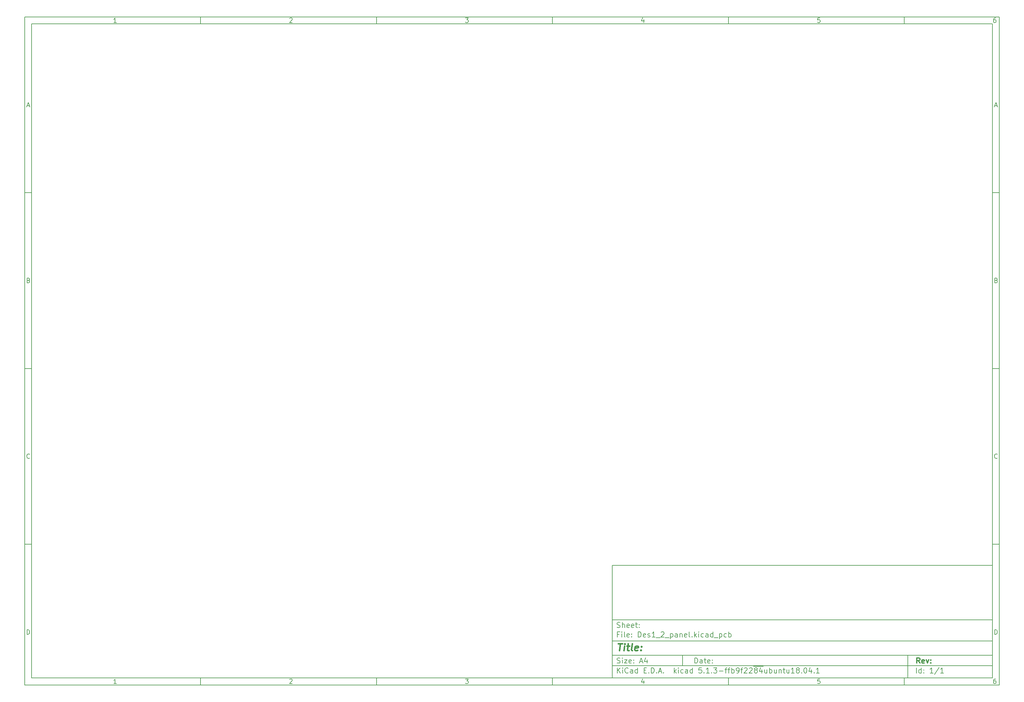
<source format=gbr>
%TF.GenerationSoftware,KiCad,Pcbnew,5.1.3-ffb9f22~84~ubuntu18.04.1*%
%TF.CreationDate,2019-07-26T17:01:45+03:00*%
%TF.ProjectId,Des1_2_panel,44657331-5f32-45f7-9061-6e656c2e6b69,rev?*%
%TF.SameCoordinates,Original*%
%TF.FileFunction,Other,User*%
%FSLAX45Y45*%
G04 Gerber Fmt 4.5, Leading zero omitted, Abs format (unit mm)*
G04 Created by KiCad (PCBNEW 5.1.3-ffb9f22~84~ubuntu18.04.1) date 2019-07-26 17:01:45*
%MOMM*%
%LPD*%
G04 APERTURE LIST*
%ADD10C,0.100000*%
%ADD11C,0.150000*%
%ADD12C,0.300000*%
%ADD13C,0.400000*%
G04 APERTURE END LIST*
D10*
D11*
X17700220Y-16600720D02*
X17700220Y-19800720D01*
X28500220Y-19800720D01*
X28500220Y-16600720D01*
X17700220Y-16600720D01*
D10*
D11*
X1000000Y-1000000D02*
X1000000Y-20000720D01*
X28700220Y-20000720D01*
X28700220Y-1000000D01*
X1000000Y-1000000D01*
D10*
D11*
X1200000Y-1200000D02*
X1200000Y-19800720D01*
X28500220Y-19800720D01*
X28500220Y-1200000D01*
X1200000Y-1200000D01*
D10*
D11*
X6000000Y-1200000D02*
X6000000Y-1000000D01*
D10*
D11*
X11000000Y-1200000D02*
X11000000Y-1000000D01*
D10*
D11*
X16000000Y-1200000D02*
X16000000Y-1000000D01*
D10*
D11*
X21000000Y-1200000D02*
X21000000Y-1000000D01*
D10*
D11*
X26000000Y-1200000D02*
X26000000Y-1000000D01*
D10*
D11*
X3606548Y-1158810D02*
X3532262Y-1158810D01*
X3569405Y-1158810D02*
X3569405Y-1028809D01*
X3557024Y-1047381D01*
X3544643Y-1059762D01*
X3532262Y-1065952D01*
D10*
D11*
X8532262Y-1041190D02*
X8538452Y-1035000D01*
X8550833Y-1028809D01*
X8581786Y-1028809D01*
X8594167Y-1035000D01*
X8600357Y-1041190D01*
X8606548Y-1053571D01*
X8606548Y-1065952D01*
X8600357Y-1084524D01*
X8526071Y-1158810D01*
X8606548Y-1158810D01*
D10*
D11*
X13526071Y-1028809D02*
X13606548Y-1028809D01*
X13563214Y-1078333D01*
X13581786Y-1078333D01*
X13594167Y-1084524D01*
X13600357Y-1090714D01*
X13606548Y-1103095D01*
X13606548Y-1134048D01*
X13600357Y-1146429D01*
X13594167Y-1152619D01*
X13581786Y-1158810D01*
X13544643Y-1158810D01*
X13532262Y-1152619D01*
X13526071Y-1146429D01*
D10*
D11*
X18594167Y-1072143D02*
X18594167Y-1158810D01*
X18563214Y-1022619D02*
X18532262Y-1115476D01*
X18612738Y-1115476D01*
D10*
D11*
X23600357Y-1028809D02*
X23538452Y-1028809D01*
X23532262Y-1090714D01*
X23538452Y-1084524D01*
X23550833Y-1078333D01*
X23581786Y-1078333D01*
X23594167Y-1084524D01*
X23600357Y-1090714D01*
X23606548Y-1103095D01*
X23606548Y-1134048D01*
X23600357Y-1146429D01*
X23594167Y-1152619D01*
X23581786Y-1158810D01*
X23550833Y-1158810D01*
X23538452Y-1152619D01*
X23532262Y-1146429D01*
D10*
D11*
X28594167Y-1028809D02*
X28569405Y-1028809D01*
X28557024Y-1035000D01*
X28550833Y-1041190D01*
X28538452Y-1059762D01*
X28532262Y-1084524D01*
X28532262Y-1134048D01*
X28538452Y-1146429D01*
X28544643Y-1152619D01*
X28557024Y-1158810D01*
X28581786Y-1158810D01*
X28594167Y-1152619D01*
X28600357Y-1146429D01*
X28606548Y-1134048D01*
X28606548Y-1103095D01*
X28600357Y-1090714D01*
X28594167Y-1084524D01*
X28581786Y-1078333D01*
X28557024Y-1078333D01*
X28544643Y-1084524D01*
X28538452Y-1090714D01*
X28532262Y-1103095D01*
D10*
D11*
X6000000Y-19800720D02*
X6000000Y-20000720D01*
D10*
D11*
X11000000Y-19800720D02*
X11000000Y-20000720D01*
D10*
D11*
X16000000Y-19800720D02*
X16000000Y-20000720D01*
D10*
D11*
X21000000Y-19800720D02*
X21000000Y-20000720D01*
D10*
D11*
X26000000Y-19800720D02*
X26000000Y-20000720D01*
D10*
D11*
X3606548Y-19959530D02*
X3532262Y-19959530D01*
X3569405Y-19959530D02*
X3569405Y-19829530D01*
X3557024Y-19848101D01*
X3544643Y-19860482D01*
X3532262Y-19866672D01*
D10*
D11*
X8532262Y-19841910D02*
X8538452Y-19835720D01*
X8550833Y-19829530D01*
X8581786Y-19829530D01*
X8594167Y-19835720D01*
X8600357Y-19841910D01*
X8606548Y-19854291D01*
X8606548Y-19866672D01*
X8600357Y-19885244D01*
X8526071Y-19959530D01*
X8606548Y-19959530D01*
D10*
D11*
X13526071Y-19829530D02*
X13606548Y-19829530D01*
X13563214Y-19879053D01*
X13581786Y-19879053D01*
X13594167Y-19885244D01*
X13600357Y-19891434D01*
X13606548Y-19903815D01*
X13606548Y-19934768D01*
X13600357Y-19947149D01*
X13594167Y-19953339D01*
X13581786Y-19959530D01*
X13544643Y-19959530D01*
X13532262Y-19953339D01*
X13526071Y-19947149D01*
D10*
D11*
X18594167Y-19872863D02*
X18594167Y-19959530D01*
X18563214Y-19823339D02*
X18532262Y-19916196D01*
X18612738Y-19916196D01*
D10*
D11*
X23600357Y-19829530D02*
X23538452Y-19829530D01*
X23532262Y-19891434D01*
X23538452Y-19885244D01*
X23550833Y-19879053D01*
X23581786Y-19879053D01*
X23594167Y-19885244D01*
X23600357Y-19891434D01*
X23606548Y-19903815D01*
X23606548Y-19934768D01*
X23600357Y-19947149D01*
X23594167Y-19953339D01*
X23581786Y-19959530D01*
X23550833Y-19959530D01*
X23538452Y-19953339D01*
X23532262Y-19947149D01*
D10*
D11*
X28594167Y-19829530D02*
X28569405Y-19829530D01*
X28557024Y-19835720D01*
X28550833Y-19841910D01*
X28538452Y-19860482D01*
X28532262Y-19885244D01*
X28532262Y-19934768D01*
X28538452Y-19947149D01*
X28544643Y-19953339D01*
X28557024Y-19959530D01*
X28581786Y-19959530D01*
X28594167Y-19953339D01*
X28600357Y-19947149D01*
X28606548Y-19934768D01*
X28606548Y-19903815D01*
X28600357Y-19891434D01*
X28594167Y-19885244D01*
X28581786Y-19879053D01*
X28557024Y-19879053D01*
X28544643Y-19885244D01*
X28538452Y-19891434D01*
X28532262Y-19903815D01*
D10*
D11*
X1000000Y-6000000D02*
X1200000Y-6000000D01*
D10*
D11*
X1000000Y-11000000D02*
X1200000Y-11000000D01*
D10*
D11*
X1000000Y-16000000D02*
X1200000Y-16000000D01*
D10*
D11*
X1069048Y-3521667D02*
X1130952Y-3521667D01*
X1056667Y-3558809D02*
X1100000Y-3428809D01*
X1143333Y-3558809D01*
D10*
D11*
X1109286Y-8490714D02*
X1127857Y-8496905D01*
X1134048Y-8503095D01*
X1140238Y-8515476D01*
X1140238Y-8534048D01*
X1134048Y-8546429D01*
X1127857Y-8552619D01*
X1115476Y-8558810D01*
X1065952Y-8558810D01*
X1065952Y-8428810D01*
X1109286Y-8428810D01*
X1121667Y-8435000D01*
X1127857Y-8441190D01*
X1134048Y-8453571D01*
X1134048Y-8465952D01*
X1127857Y-8478333D01*
X1121667Y-8484524D01*
X1109286Y-8490714D01*
X1065952Y-8490714D01*
D10*
D11*
X1140238Y-13546428D02*
X1134048Y-13552619D01*
X1115476Y-13558809D01*
X1103095Y-13558809D01*
X1084524Y-13552619D01*
X1072143Y-13540238D01*
X1065952Y-13527857D01*
X1059762Y-13503095D01*
X1059762Y-13484524D01*
X1065952Y-13459762D01*
X1072143Y-13447381D01*
X1084524Y-13435000D01*
X1103095Y-13428809D01*
X1115476Y-13428809D01*
X1134048Y-13435000D01*
X1140238Y-13441190D01*
D10*
D11*
X1065952Y-18558810D02*
X1065952Y-18428810D01*
X1096905Y-18428810D01*
X1115476Y-18435000D01*
X1127857Y-18447381D01*
X1134048Y-18459762D01*
X1140238Y-18484524D01*
X1140238Y-18503095D01*
X1134048Y-18527857D01*
X1127857Y-18540238D01*
X1115476Y-18552619D01*
X1096905Y-18558810D01*
X1065952Y-18558810D01*
D10*
D11*
X28700220Y-6000000D02*
X28500220Y-6000000D01*
D10*
D11*
X28700220Y-11000000D02*
X28500220Y-11000000D01*
D10*
D11*
X28700220Y-16000000D02*
X28500220Y-16000000D01*
D10*
D11*
X28569268Y-3521667D02*
X28631172Y-3521667D01*
X28556887Y-3558809D02*
X28600220Y-3428809D01*
X28643553Y-3558809D01*
D10*
D11*
X28609506Y-8490714D02*
X28628077Y-8496905D01*
X28634268Y-8503095D01*
X28640458Y-8515476D01*
X28640458Y-8534048D01*
X28634268Y-8546429D01*
X28628077Y-8552619D01*
X28615696Y-8558810D01*
X28566172Y-8558810D01*
X28566172Y-8428810D01*
X28609506Y-8428810D01*
X28621887Y-8435000D01*
X28628077Y-8441190D01*
X28634268Y-8453571D01*
X28634268Y-8465952D01*
X28628077Y-8478333D01*
X28621887Y-8484524D01*
X28609506Y-8490714D01*
X28566172Y-8490714D01*
D10*
D11*
X28640458Y-13546428D02*
X28634268Y-13552619D01*
X28615696Y-13558809D01*
X28603315Y-13558809D01*
X28584744Y-13552619D01*
X28572363Y-13540238D01*
X28566172Y-13527857D01*
X28559982Y-13503095D01*
X28559982Y-13484524D01*
X28566172Y-13459762D01*
X28572363Y-13447381D01*
X28584744Y-13435000D01*
X28603315Y-13428809D01*
X28615696Y-13428809D01*
X28634268Y-13435000D01*
X28640458Y-13441190D01*
D10*
D11*
X28566172Y-18558810D02*
X28566172Y-18428810D01*
X28597125Y-18428810D01*
X28615696Y-18435000D01*
X28628077Y-18447381D01*
X28634268Y-18459762D01*
X28640458Y-18484524D01*
X28640458Y-18503095D01*
X28634268Y-18527857D01*
X28628077Y-18540238D01*
X28615696Y-18552619D01*
X28597125Y-18558810D01*
X28566172Y-18558810D01*
D10*
D11*
X20043434Y-19378577D02*
X20043434Y-19228577D01*
X20079149Y-19228577D01*
X20100577Y-19235720D01*
X20114863Y-19250006D01*
X20122006Y-19264291D01*
X20129149Y-19292863D01*
X20129149Y-19314291D01*
X20122006Y-19342863D01*
X20114863Y-19357149D01*
X20100577Y-19371434D01*
X20079149Y-19378577D01*
X20043434Y-19378577D01*
X20257720Y-19378577D02*
X20257720Y-19300006D01*
X20250577Y-19285720D01*
X20236291Y-19278577D01*
X20207720Y-19278577D01*
X20193434Y-19285720D01*
X20257720Y-19371434D02*
X20243434Y-19378577D01*
X20207720Y-19378577D01*
X20193434Y-19371434D01*
X20186291Y-19357149D01*
X20186291Y-19342863D01*
X20193434Y-19328577D01*
X20207720Y-19321434D01*
X20243434Y-19321434D01*
X20257720Y-19314291D01*
X20307720Y-19278577D02*
X20364863Y-19278577D01*
X20329149Y-19228577D02*
X20329149Y-19357149D01*
X20336291Y-19371434D01*
X20350577Y-19378577D01*
X20364863Y-19378577D01*
X20472006Y-19371434D02*
X20457720Y-19378577D01*
X20429149Y-19378577D01*
X20414863Y-19371434D01*
X20407720Y-19357149D01*
X20407720Y-19300006D01*
X20414863Y-19285720D01*
X20429149Y-19278577D01*
X20457720Y-19278577D01*
X20472006Y-19285720D01*
X20479149Y-19300006D01*
X20479149Y-19314291D01*
X20407720Y-19328577D01*
X20543434Y-19364291D02*
X20550577Y-19371434D01*
X20543434Y-19378577D01*
X20536291Y-19371434D01*
X20543434Y-19364291D01*
X20543434Y-19378577D01*
X20543434Y-19285720D02*
X20550577Y-19292863D01*
X20543434Y-19300006D01*
X20536291Y-19292863D01*
X20543434Y-19285720D01*
X20543434Y-19300006D01*
D10*
D11*
X17700220Y-19450720D02*
X28500220Y-19450720D01*
D10*
D11*
X17843434Y-19658577D02*
X17843434Y-19508577D01*
X17929149Y-19658577D02*
X17864863Y-19572863D01*
X17929149Y-19508577D02*
X17843434Y-19594291D01*
X17993434Y-19658577D02*
X17993434Y-19558577D01*
X17993434Y-19508577D02*
X17986291Y-19515720D01*
X17993434Y-19522863D01*
X18000577Y-19515720D01*
X17993434Y-19508577D01*
X17993434Y-19522863D01*
X18150577Y-19644291D02*
X18143434Y-19651434D01*
X18122006Y-19658577D01*
X18107720Y-19658577D01*
X18086291Y-19651434D01*
X18072006Y-19637149D01*
X18064863Y-19622863D01*
X18057720Y-19594291D01*
X18057720Y-19572863D01*
X18064863Y-19544291D01*
X18072006Y-19530006D01*
X18086291Y-19515720D01*
X18107720Y-19508577D01*
X18122006Y-19508577D01*
X18143434Y-19515720D01*
X18150577Y-19522863D01*
X18279149Y-19658577D02*
X18279149Y-19580006D01*
X18272006Y-19565720D01*
X18257720Y-19558577D01*
X18229149Y-19558577D01*
X18214863Y-19565720D01*
X18279149Y-19651434D02*
X18264863Y-19658577D01*
X18229149Y-19658577D01*
X18214863Y-19651434D01*
X18207720Y-19637149D01*
X18207720Y-19622863D01*
X18214863Y-19608577D01*
X18229149Y-19601434D01*
X18264863Y-19601434D01*
X18279149Y-19594291D01*
X18414863Y-19658577D02*
X18414863Y-19508577D01*
X18414863Y-19651434D02*
X18400577Y-19658577D01*
X18372006Y-19658577D01*
X18357720Y-19651434D01*
X18350577Y-19644291D01*
X18343434Y-19630006D01*
X18343434Y-19587149D01*
X18350577Y-19572863D01*
X18357720Y-19565720D01*
X18372006Y-19558577D01*
X18400577Y-19558577D01*
X18414863Y-19565720D01*
X18600577Y-19580006D02*
X18650577Y-19580006D01*
X18672006Y-19658577D02*
X18600577Y-19658577D01*
X18600577Y-19508577D01*
X18672006Y-19508577D01*
X18736291Y-19644291D02*
X18743434Y-19651434D01*
X18736291Y-19658577D01*
X18729149Y-19651434D01*
X18736291Y-19644291D01*
X18736291Y-19658577D01*
X18807720Y-19658577D02*
X18807720Y-19508577D01*
X18843434Y-19508577D01*
X18864863Y-19515720D01*
X18879149Y-19530006D01*
X18886291Y-19544291D01*
X18893434Y-19572863D01*
X18893434Y-19594291D01*
X18886291Y-19622863D01*
X18879149Y-19637149D01*
X18864863Y-19651434D01*
X18843434Y-19658577D01*
X18807720Y-19658577D01*
X18957720Y-19644291D02*
X18964863Y-19651434D01*
X18957720Y-19658577D01*
X18950577Y-19651434D01*
X18957720Y-19644291D01*
X18957720Y-19658577D01*
X19022006Y-19615720D02*
X19093434Y-19615720D01*
X19007720Y-19658577D02*
X19057720Y-19508577D01*
X19107720Y-19658577D01*
X19157720Y-19644291D02*
X19164863Y-19651434D01*
X19157720Y-19658577D01*
X19150577Y-19651434D01*
X19157720Y-19644291D01*
X19157720Y-19658577D01*
X19457720Y-19658577D02*
X19457720Y-19508577D01*
X19472006Y-19601434D02*
X19514863Y-19658577D01*
X19514863Y-19558577D02*
X19457720Y-19615720D01*
X19579149Y-19658577D02*
X19579149Y-19558577D01*
X19579149Y-19508577D02*
X19572006Y-19515720D01*
X19579149Y-19522863D01*
X19586291Y-19515720D01*
X19579149Y-19508577D01*
X19579149Y-19522863D01*
X19714863Y-19651434D02*
X19700577Y-19658577D01*
X19672006Y-19658577D01*
X19657720Y-19651434D01*
X19650577Y-19644291D01*
X19643434Y-19630006D01*
X19643434Y-19587149D01*
X19650577Y-19572863D01*
X19657720Y-19565720D01*
X19672006Y-19558577D01*
X19700577Y-19558577D01*
X19714863Y-19565720D01*
X19843434Y-19658577D02*
X19843434Y-19580006D01*
X19836291Y-19565720D01*
X19822006Y-19558577D01*
X19793434Y-19558577D01*
X19779149Y-19565720D01*
X19843434Y-19651434D02*
X19829149Y-19658577D01*
X19793434Y-19658577D01*
X19779149Y-19651434D01*
X19772006Y-19637149D01*
X19772006Y-19622863D01*
X19779149Y-19608577D01*
X19793434Y-19601434D01*
X19829149Y-19601434D01*
X19843434Y-19594291D01*
X19979149Y-19658577D02*
X19979149Y-19508577D01*
X19979149Y-19651434D02*
X19964863Y-19658577D01*
X19936291Y-19658577D01*
X19922006Y-19651434D01*
X19914863Y-19644291D01*
X19907720Y-19630006D01*
X19907720Y-19587149D01*
X19914863Y-19572863D01*
X19922006Y-19565720D01*
X19936291Y-19558577D01*
X19964863Y-19558577D01*
X19979149Y-19565720D01*
X20236291Y-19508577D02*
X20164863Y-19508577D01*
X20157720Y-19580006D01*
X20164863Y-19572863D01*
X20179149Y-19565720D01*
X20214863Y-19565720D01*
X20229149Y-19572863D01*
X20236291Y-19580006D01*
X20243434Y-19594291D01*
X20243434Y-19630006D01*
X20236291Y-19644291D01*
X20229149Y-19651434D01*
X20214863Y-19658577D01*
X20179149Y-19658577D01*
X20164863Y-19651434D01*
X20157720Y-19644291D01*
X20307720Y-19644291D02*
X20314863Y-19651434D01*
X20307720Y-19658577D01*
X20300577Y-19651434D01*
X20307720Y-19644291D01*
X20307720Y-19658577D01*
X20457720Y-19658577D02*
X20372006Y-19658577D01*
X20414863Y-19658577D02*
X20414863Y-19508577D01*
X20400577Y-19530006D01*
X20386291Y-19544291D01*
X20372006Y-19551434D01*
X20522006Y-19644291D02*
X20529149Y-19651434D01*
X20522006Y-19658577D01*
X20514863Y-19651434D01*
X20522006Y-19644291D01*
X20522006Y-19658577D01*
X20579149Y-19508577D02*
X20672006Y-19508577D01*
X20622006Y-19565720D01*
X20643434Y-19565720D01*
X20657720Y-19572863D01*
X20664863Y-19580006D01*
X20672006Y-19594291D01*
X20672006Y-19630006D01*
X20664863Y-19644291D01*
X20657720Y-19651434D01*
X20643434Y-19658577D01*
X20600577Y-19658577D01*
X20586291Y-19651434D01*
X20579149Y-19644291D01*
X20736291Y-19601434D02*
X20850577Y-19601434D01*
X20900577Y-19558577D02*
X20957720Y-19558577D01*
X20922006Y-19658577D02*
X20922006Y-19530006D01*
X20929149Y-19515720D01*
X20943434Y-19508577D01*
X20957720Y-19508577D01*
X20986291Y-19558577D02*
X21043434Y-19558577D01*
X21007720Y-19658577D02*
X21007720Y-19530006D01*
X21014863Y-19515720D01*
X21029149Y-19508577D01*
X21043434Y-19508577D01*
X21093434Y-19658577D02*
X21093434Y-19508577D01*
X21093434Y-19565720D02*
X21107720Y-19558577D01*
X21136291Y-19558577D01*
X21150577Y-19565720D01*
X21157720Y-19572863D01*
X21164863Y-19587149D01*
X21164863Y-19630006D01*
X21157720Y-19644291D01*
X21150577Y-19651434D01*
X21136291Y-19658577D01*
X21107720Y-19658577D01*
X21093434Y-19651434D01*
X21236291Y-19658577D02*
X21264863Y-19658577D01*
X21279149Y-19651434D01*
X21286291Y-19644291D01*
X21300577Y-19622863D01*
X21307720Y-19594291D01*
X21307720Y-19537149D01*
X21300577Y-19522863D01*
X21293434Y-19515720D01*
X21279149Y-19508577D01*
X21250577Y-19508577D01*
X21236291Y-19515720D01*
X21229149Y-19522863D01*
X21222006Y-19537149D01*
X21222006Y-19572863D01*
X21229149Y-19587149D01*
X21236291Y-19594291D01*
X21250577Y-19601434D01*
X21279149Y-19601434D01*
X21293434Y-19594291D01*
X21300577Y-19587149D01*
X21307720Y-19572863D01*
X21350577Y-19558577D02*
X21407720Y-19558577D01*
X21372006Y-19658577D02*
X21372006Y-19530006D01*
X21379149Y-19515720D01*
X21393434Y-19508577D01*
X21407720Y-19508577D01*
X21450577Y-19522863D02*
X21457720Y-19515720D01*
X21472006Y-19508577D01*
X21507720Y-19508577D01*
X21522006Y-19515720D01*
X21529149Y-19522863D01*
X21536291Y-19537149D01*
X21536291Y-19551434D01*
X21529149Y-19572863D01*
X21443434Y-19658577D01*
X21536291Y-19658577D01*
X21593434Y-19522863D02*
X21600577Y-19515720D01*
X21614863Y-19508577D01*
X21650577Y-19508577D01*
X21664863Y-19515720D01*
X21672006Y-19522863D01*
X21679149Y-19537149D01*
X21679149Y-19551434D01*
X21672006Y-19572863D01*
X21586291Y-19658577D01*
X21679149Y-19658577D01*
X21707720Y-19467720D02*
X21850577Y-19467720D01*
X21764863Y-19572863D02*
X21750577Y-19565720D01*
X21743434Y-19558577D01*
X21736291Y-19544291D01*
X21736291Y-19537149D01*
X21743434Y-19522863D01*
X21750577Y-19515720D01*
X21764863Y-19508577D01*
X21793434Y-19508577D01*
X21807720Y-19515720D01*
X21814863Y-19522863D01*
X21822006Y-19537149D01*
X21822006Y-19544291D01*
X21814863Y-19558577D01*
X21807720Y-19565720D01*
X21793434Y-19572863D01*
X21764863Y-19572863D01*
X21750577Y-19580006D01*
X21743434Y-19587149D01*
X21736291Y-19601434D01*
X21736291Y-19630006D01*
X21743434Y-19644291D01*
X21750577Y-19651434D01*
X21764863Y-19658577D01*
X21793434Y-19658577D01*
X21807720Y-19651434D01*
X21814863Y-19644291D01*
X21822006Y-19630006D01*
X21822006Y-19601434D01*
X21814863Y-19587149D01*
X21807720Y-19580006D01*
X21793434Y-19572863D01*
X21850577Y-19467720D02*
X21993434Y-19467720D01*
X21950577Y-19558577D02*
X21950577Y-19658577D01*
X21914863Y-19501434D02*
X21879149Y-19608577D01*
X21972006Y-19608577D01*
X22093434Y-19558577D02*
X22093434Y-19658577D01*
X22029149Y-19558577D02*
X22029149Y-19637149D01*
X22036291Y-19651434D01*
X22050577Y-19658577D01*
X22072006Y-19658577D01*
X22086291Y-19651434D01*
X22093434Y-19644291D01*
X22164863Y-19658577D02*
X22164863Y-19508577D01*
X22164863Y-19565720D02*
X22179149Y-19558577D01*
X22207720Y-19558577D01*
X22222006Y-19565720D01*
X22229149Y-19572863D01*
X22236291Y-19587149D01*
X22236291Y-19630006D01*
X22229149Y-19644291D01*
X22222006Y-19651434D01*
X22207720Y-19658577D01*
X22179149Y-19658577D01*
X22164863Y-19651434D01*
X22364863Y-19558577D02*
X22364863Y-19658577D01*
X22300577Y-19558577D02*
X22300577Y-19637149D01*
X22307720Y-19651434D01*
X22322006Y-19658577D01*
X22343434Y-19658577D01*
X22357720Y-19651434D01*
X22364863Y-19644291D01*
X22436291Y-19558577D02*
X22436291Y-19658577D01*
X22436291Y-19572863D02*
X22443434Y-19565720D01*
X22457720Y-19558577D01*
X22479148Y-19558577D01*
X22493434Y-19565720D01*
X22500577Y-19580006D01*
X22500577Y-19658577D01*
X22550577Y-19558577D02*
X22607720Y-19558577D01*
X22572006Y-19508577D02*
X22572006Y-19637149D01*
X22579148Y-19651434D01*
X22593434Y-19658577D01*
X22607720Y-19658577D01*
X22722006Y-19558577D02*
X22722006Y-19658577D01*
X22657720Y-19558577D02*
X22657720Y-19637149D01*
X22664863Y-19651434D01*
X22679148Y-19658577D01*
X22700577Y-19658577D01*
X22714863Y-19651434D01*
X22722006Y-19644291D01*
X22872006Y-19658577D02*
X22786291Y-19658577D01*
X22829148Y-19658577D02*
X22829148Y-19508577D01*
X22814863Y-19530006D01*
X22800577Y-19544291D01*
X22786291Y-19551434D01*
X22957720Y-19572863D02*
X22943434Y-19565720D01*
X22936291Y-19558577D01*
X22929148Y-19544291D01*
X22929148Y-19537149D01*
X22936291Y-19522863D01*
X22943434Y-19515720D01*
X22957720Y-19508577D01*
X22986291Y-19508577D01*
X23000577Y-19515720D01*
X23007720Y-19522863D01*
X23014863Y-19537149D01*
X23014863Y-19544291D01*
X23007720Y-19558577D01*
X23000577Y-19565720D01*
X22986291Y-19572863D01*
X22957720Y-19572863D01*
X22943434Y-19580006D01*
X22936291Y-19587149D01*
X22929148Y-19601434D01*
X22929148Y-19630006D01*
X22936291Y-19644291D01*
X22943434Y-19651434D01*
X22957720Y-19658577D01*
X22986291Y-19658577D01*
X23000577Y-19651434D01*
X23007720Y-19644291D01*
X23014863Y-19630006D01*
X23014863Y-19601434D01*
X23007720Y-19587149D01*
X23000577Y-19580006D01*
X22986291Y-19572863D01*
X23079148Y-19644291D02*
X23086291Y-19651434D01*
X23079148Y-19658577D01*
X23072006Y-19651434D01*
X23079148Y-19644291D01*
X23079148Y-19658577D01*
X23179148Y-19508577D02*
X23193434Y-19508577D01*
X23207720Y-19515720D01*
X23214863Y-19522863D01*
X23222006Y-19537149D01*
X23229148Y-19565720D01*
X23229148Y-19601434D01*
X23222006Y-19630006D01*
X23214863Y-19644291D01*
X23207720Y-19651434D01*
X23193434Y-19658577D01*
X23179148Y-19658577D01*
X23164863Y-19651434D01*
X23157720Y-19644291D01*
X23150577Y-19630006D01*
X23143434Y-19601434D01*
X23143434Y-19565720D01*
X23150577Y-19537149D01*
X23157720Y-19522863D01*
X23164863Y-19515720D01*
X23179148Y-19508577D01*
X23357720Y-19558577D02*
X23357720Y-19658577D01*
X23322006Y-19501434D02*
X23286291Y-19608577D01*
X23379148Y-19608577D01*
X23436291Y-19644291D02*
X23443434Y-19651434D01*
X23436291Y-19658577D01*
X23429148Y-19651434D01*
X23436291Y-19644291D01*
X23436291Y-19658577D01*
X23586291Y-19658577D02*
X23500577Y-19658577D01*
X23543434Y-19658577D02*
X23543434Y-19508577D01*
X23529148Y-19530006D01*
X23514863Y-19544291D01*
X23500577Y-19551434D01*
D10*
D11*
X17700220Y-19150720D02*
X28500220Y-19150720D01*
D10*
D12*
X26441148Y-19378577D02*
X26391148Y-19307149D01*
X26355434Y-19378577D02*
X26355434Y-19228577D01*
X26412577Y-19228577D01*
X26426863Y-19235720D01*
X26434006Y-19242863D01*
X26441148Y-19257149D01*
X26441148Y-19278577D01*
X26434006Y-19292863D01*
X26426863Y-19300006D01*
X26412577Y-19307149D01*
X26355434Y-19307149D01*
X26562577Y-19371434D02*
X26548291Y-19378577D01*
X26519720Y-19378577D01*
X26505434Y-19371434D01*
X26498291Y-19357149D01*
X26498291Y-19300006D01*
X26505434Y-19285720D01*
X26519720Y-19278577D01*
X26548291Y-19278577D01*
X26562577Y-19285720D01*
X26569720Y-19300006D01*
X26569720Y-19314291D01*
X26498291Y-19328577D01*
X26619720Y-19278577D02*
X26655434Y-19378577D01*
X26691148Y-19278577D01*
X26748291Y-19364291D02*
X26755434Y-19371434D01*
X26748291Y-19378577D01*
X26741148Y-19371434D01*
X26748291Y-19364291D01*
X26748291Y-19378577D01*
X26748291Y-19285720D02*
X26755434Y-19292863D01*
X26748291Y-19300006D01*
X26741148Y-19292863D01*
X26748291Y-19285720D01*
X26748291Y-19300006D01*
D10*
D11*
X17836291Y-19371434D02*
X17857720Y-19378577D01*
X17893434Y-19378577D01*
X17907720Y-19371434D01*
X17914863Y-19364291D01*
X17922006Y-19350006D01*
X17922006Y-19335720D01*
X17914863Y-19321434D01*
X17907720Y-19314291D01*
X17893434Y-19307149D01*
X17864863Y-19300006D01*
X17850577Y-19292863D01*
X17843434Y-19285720D01*
X17836291Y-19271434D01*
X17836291Y-19257149D01*
X17843434Y-19242863D01*
X17850577Y-19235720D01*
X17864863Y-19228577D01*
X17900577Y-19228577D01*
X17922006Y-19235720D01*
X17986291Y-19378577D02*
X17986291Y-19278577D01*
X17986291Y-19228577D02*
X17979149Y-19235720D01*
X17986291Y-19242863D01*
X17993434Y-19235720D01*
X17986291Y-19228577D01*
X17986291Y-19242863D01*
X18043434Y-19278577D02*
X18122006Y-19278577D01*
X18043434Y-19378577D01*
X18122006Y-19378577D01*
X18236291Y-19371434D02*
X18222006Y-19378577D01*
X18193434Y-19378577D01*
X18179149Y-19371434D01*
X18172006Y-19357149D01*
X18172006Y-19300006D01*
X18179149Y-19285720D01*
X18193434Y-19278577D01*
X18222006Y-19278577D01*
X18236291Y-19285720D01*
X18243434Y-19300006D01*
X18243434Y-19314291D01*
X18172006Y-19328577D01*
X18307720Y-19364291D02*
X18314863Y-19371434D01*
X18307720Y-19378577D01*
X18300577Y-19371434D01*
X18307720Y-19364291D01*
X18307720Y-19378577D01*
X18307720Y-19285720D02*
X18314863Y-19292863D01*
X18307720Y-19300006D01*
X18300577Y-19292863D01*
X18307720Y-19285720D01*
X18307720Y-19300006D01*
X18486291Y-19335720D02*
X18557720Y-19335720D01*
X18472006Y-19378577D02*
X18522006Y-19228577D01*
X18572006Y-19378577D01*
X18686291Y-19278577D02*
X18686291Y-19378577D01*
X18650577Y-19221434D02*
X18614863Y-19328577D01*
X18707720Y-19328577D01*
D10*
D11*
X26343434Y-19658577D02*
X26343434Y-19508577D01*
X26479148Y-19658577D02*
X26479148Y-19508577D01*
X26479148Y-19651434D02*
X26464863Y-19658577D01*
X26436291Y-19658577D01*
X26422006Y-19651434D01*
X26414863Y-19644291D01*
X26407720Y-19630006D01*
X26407720Y-19587149D01*
X26414863Y-19572863D01*
X26422006Y-19565720D01*
X26436291Y-19558577D01*
X26464863Y-19558577D01*
X26479148Y-19565720D01*
X26550577Y-19644291D02*
X26557720Y-19651434D01*
X26550577Y-19658577D01*
X26543434Y-19651434D01*
X26550577Y-19644291D01*
X26550577Y-19658577D01*
X26550577Y-19565720D02*
X26557720Y-19572863D01*
X26550577Y-19580006D01*
X26543434Y-19572863D01*
X26550577Y-19565720D01*
X26550577Y-19580006D01*
X26814863Y-19658577D02*
X26729148Y-19658577D01*
X26772006Y-19658577D02*
X26772006Y-19508577D01*
X26757720Y-19530006D01*
X26743434Y-19544291D01*
X26729148Y-19551434D01*
X26986291Y-19501434D02*
X26857720Y-19694291D01*
X27114863Y-19658577D02*
X27029148Y-19658577D01*
X27072006Y-19658577D02*
X27072006Y-19508577D01*
X27057720Y-19530006D01*
X27043434Y-19544291D01*
X27029148Y-19551434D01*
D10*
D11*
X17700220Y-18750720D02*
X28500220Y-18750720D01*
D10*
D13*
X17871458Y-18821196D02*
X17985744Y-18821196D01*
X17903601Y-19021196D02*
X17928601Y-18821196D01*
X18027410Y-19021196D02*
X18044077Y-18887863D01*
X18052410Y-18821196D02*
X18041696Y-18830720D01*
X18050030Y-18840244D01*
X18060744Y-18830720D01*
X18052410Y-18821196D01*
X18050030Y-18840244D01*
X18110744Y-18887863D02*
X18186934Y-18887863D01*
X18147649Y-18821196D02*
X18126220Y-18992625D01*
X18133363Y-19011672D01*
X18151220Y-19021196D01*
X18170268Y-19021196D01*
X18265506Y-19021196D02*
X18247649Y-19011672D01*
X18240506Y-18992625D01*
X18261934Y-18821196D01*
X18419077Y-19011672D02*
X18398839Y-19021196D01*
X18360744Y-19021196D01*
X18342887Y-19011672D01*
X18335744Y-18992625D01*
X18345268Y-18916434D01*
X18357172Y-18897387D01*
X18377410Y-18887863D01*
X18415506Y-18887863D01*
X18433363Y-18897387D01*
X18440506Y-18916434D01*
X18438125Y-18935482D01*
X18340506Y-18954530D01*
X18515506Y-19002149D02*
X18523839Y-19011672D01*
X18513125Y-19021196D01*
X18504791Y-19011672D01*
X18515506Y-19002149D01*
X18513125Y-19021196D01*
X18528601Y-18897387D02*
X18536934Y-18906910D01*
X18526220Y-18916434D01*
X18517887Y-18906910D01*
X18528601Y-18897387D01*
X18526220Y-18916434D01*
D10*
D11*
X17893434Y-18560006D02*
X17843434Y-18560006D01*
X17843434Y-18638577D02*
X17843434Y-18488577D01*
X17914863Y-18488577D01*
X17972006Y-18638577D02*
X17972006Y-18538577D01*
X17972006Y-18488577D02*
X17964863Y-18495720D01*
X17972006Y-18502863D01*
X17979149Y-18495720D01*
X17972006Y-18488577D01*
X17972006Y-18502863D01*
X18064863Y-18638577D02*
X18050577Y-18631434D01*
X18043434Y-18617149D01*
X18043434Y-18488577D01*
X18179149Y-18631434D02*
X18164863Y-18638577D01*
X18136291Y-18638577D01*
X18122006Y-18631434D01*
X18114863Y-18617149D01*
X18114863Y-18560006D01*
X18122006Y-18545720D01*
X18136291Y-18538577D01*
X18164863Y-18538577D01*
X18179149Y-18545720D01*
X18186291Y-18560006D01*
X18186291Y-18574291D01*
X18114863Y-18588577D01*
X18250577Y-18624291D02*
X18257720Y-18631434D01*
X18250577Y-18638577D01*
X18243434Y-18631434D01*
X18250577Y-18624291D01*
X18250577Y-18638577D01*
X18250577Y-18545720D02*
X18257720Y-18552863D01*
X18250577Y-18560006D01*
X18243434Y-18552863D01*
X18250577Y-18545720D01*
X18250577Y-18560006D01*
X18436291Y-18638577D02*
X18436291Y-18488577D01*
X18472006Y-18488577D01*
X18493434Y-18495720D01*
X18507720Y-18510006D01*
X18514863Y-18524291D01*
X18522006Y-18552863D01*
X18522006Y-18574291D01*
X18514863Y-18602863D01*
X18507720Y-18617149D01*
X18493434Y-18631434D01*
X18472006Y-18638577D01*
X18436291Y-18638577D01*
X18643434Y-18631434D02*
X18629149Y-18638577D01*
X18600577Y-18638577D01*
X18586291Y-18631434D01*
X18579149Y-18617149D01*
X18579149Y-18560006D01*
X18586291Y-18545720D01*
X18600577Y-18538577D01*
X18629149Y-18538577D01*
X18643434Y-18545720D01*
X18650577Y-18560006D01*
X18650577Y-18574291D01*
X18579149Y-18588577D01*
X18707720Y-18631434D02*
X18722006Y-18638577D01*
X18750577Y-18638577D01*
X18764863Y-18631434D01*
X18772006Y-18617149D01*
X18772006Y-18610006D01*
X18764863Y-18595720D01*
X18750577Y-18588577D01*
X18729149Y-18588577D01*
X18714863Y-18581434D01*
X18707720Y-18567149D01*
X18707720Y-18560006D01*
X18714863Y-18545720D01*
X18729149Y-18538577D01*
X18750577Y-18538577D01*
X18764863Y-18545720D01*
X18914863Y-18638577D02*
X18829149Y-18638577D01*
X18872006Y-18638577D02*
X18872006Y-18488577D01*
X18857720Y-18510006D01*
X18843434Y-18524291D01*
X18829149Y-18531434D01*
X18943434Y-18652863D02*
X19057720Y-18652863D01*
X19086291Y-18502863D02*
X19093434Y-18495720D01*
X19107720Y-18488577D01*
X19143434Y-18488577D01*
X19157720Y-18495720D01*
X19164863Y-18502863D01*
X19172006Y-18517149D01*
X19172006Y-18531434D01*
X19164863Y-18552863D01*
X19079149Y-18638577D01*
X19172006Y-18638577D01*
X19200577Y-18652863D02*
X19314863Y-18652863D01*
X19350577Y-18538577D02*
X19350577Y-18688577D01*
X19350577Y-18545720D02*
X19364863Y-18538577D01*
X19393434Y-18538577D01*
X19407720Y-18545720D01*
X19414863Y-18552863D01*
X19422006Y-18567149D01*
X19422006Y-18610006D01*
X19414863Y-18624291D01*
X19407720Y-18631434D01*
X19393434Y-18638577D01*
X19364863Y-18638577D01*
X19350577Y-18631434D01*
X19550577Y-18638577D02*
X19550577Y-18560006D01*
X19543434Y-18545720D01*
X19529149Y-18538577D01*
X19500577Y-18538577D01*
X19486291Y-18545720D01*
X19550577Y-18631434D02*
X19536291Y-18638577D01*
X19500577Y-18638577D01*
X19486291Y-18631434D01*
X19479149Y-18617149D01*
X19479149Y-18602863D01*
X19486291Y-18588577D01*
X19500577Y-18581434D01*
X19536291Y-18581434D01*
X19550577Y-18574291D01*
X19622006Y-18538577D02*
X19622006Y-18638577D01*
X19622006Y-18552863D02*
X19629149Y-18545720D01*
X19643434Y-18538577D01*
X19664863Y-18538577D01*
X19679149Y-18545720D01*
X19686291Y-18560006D01*
X19686291Y-18638577D01*
X19814863Y-18631434D02*
X19800577Y-18638577D01*
X19772006Y-18638577D01*
X19757720Y-18631434D01*
X19750577Y-18617149D01*
X19750577Y-18560006D01*
X19757720Y-18545720D01*
X19772006Y-18538577D01*
X19800577Y-18538577D01*
X19814863Y-18545720D01*
X19822006Y-18560006D01*
X19822006Y-18574291D01*
X19750577Y-18588577D01*
X19907720Y-18638577D02*
X19893434Y-18631434D01*
X19886291Y-18617149D01*
X19886291Y-18488577D01*
X19964863Y-18624291D02*
X19972006Y-18631434D01*
X19964863Y-18638577D01*
X19957720Y-18631434D01*
X19964863Y-18624291D01*
X19964863Y-18638577D01*
X20036291Y-18638577D02*
X20036291Y-18488577D01*
X20050577Y-18581434D02*
X20093434Y-18638577D01*
X20093434Y-18538577D02*
X20036291Y-18595720D01*
X20157720Y-18638577D02*
X20157720Y-18538577D01*
X20157720Y-18488577D02*
X20150577Y-18495720D01*
X20157720Y-18502863D01*
X20164863Y-18495720D01*
X20157720Y-18488577D01*
X20157720Y-18502863D01*
X20293434Y-18631434D02*
X20279149Y-18638577D01*
X20250577Y-18638577D01*
X20236291Y-18631434D01*
X20229149Y-18624291D01*
X20222006Y-18610006D01*
X20222006Y-18567149D01*
X20229149Y-18552863D01*
X20236291Y-18545720D01*
X20250577Y-18538577D01*
X20279149Y-18538577D01*
X20293434Y-18545720D01*
X20422006Y-18638577D02*
X20422006Y-18560006D01*
X20414863Y-18545720D01*
X20400577Y-18538577D01*
X20372006Y-18538577D01*
X20357720Y-18545720D01*
X20422006Y-18631434D02*
X20407720Y-18638577D01*
X20372006Y-18638577D01*
X20357720Y-18631434D01*
X20350577Y-18617149D01*
X20350577Y-18602863D01*
X20357720Y-18588577D01*
X20372006Y-18581434D01*
X20407720Y-18581434D01*
X20422006Y-18574291D01*
X20557720Y-18638577D02*
X20557720Y-18488577D01*
X20557720Y-18631434D02*
X20543434Y-18638577D01*
X20514863Y-18638577D01*
X20500577Y-18631434D01*
X20493434Y-18624291D01*
X20486291Y-18610006D01*
X20486291Y-18567149D01*
X20493434Y-18552863D01*
X20500577Y-18545720D01*
X20514863Y-18538577D01*
X20543434Y-18538577D01*
X20557720Y-18545720D01*
X20593434Y-18652863D02*
X20707720Y-18652863D01*
X20743434Y-18538577D02*
X20743434Y-18688577D01*
X20743434Y-18545720D02*
X20757720Y-18538577D01*
X20786291Y-18538577D01*
X20800577Y-18545720D01*
X20807720Y-18552863D01*
X20814863Y-18567149D01*
X20814863Y-18610006D01*
X20807720Y-18624291D01*
X20800577Y-18631434D01*
X20786291Y-18638577D01*
X20757720Y-18638577D01*
X20743434Y-18631434D01*
X20943434Y-18631434D02*
X20929149Y-18638577D01*
X20900577Y-18638577D01*
X20886291Y-18631434D01*
X20879149Y-18624291D01*
X20872006Y-18610006D01*
X20872006Y-18567149D01*
X20879149Y-18552863D01*
X20886291Y-18545720D01*
X20900577Y-18538577D01*
X20929149Y-18538577D01*
X20943434Y-18545720D01*
X21007720Y-18638577D02*
X21007720Y-18488577D01*
X21007720Y-18545720D02*
X21022006Y-18538577D01*
X21050577Y-18538577D01*
X21064863Y-18545720D01*
X21072006Y-18552863D01*
X21079149Y-18567149D01*
X21079149Y-18610006D01*
X21072006Y-18624291D01*
X21064863Y-18631434D01*
X21050577Y-18638577D01*
X21022006Y-18638577D01*
X21007720Y-18631434D01*
D10*
D11*
X17700220Y-18150720D02*
X28500220Y-18150720D01*
D10*
D11*
X17836291Y-18361434D02*
X17857720Y-18368577D01*
X17893434Y-18368577D01*
X17907720Y-18361434D01*
X17914863Y-18354291D01*
X17922006Y-18340006D01*
X17922006Y-18325720D01*
X17914863Y-18311434D01*
X17907720Y-18304291D01*
X17893434Y-18297149D01*
X17864863Y-18290006D01*
X17850577Y-18282863D01*
X17843434Y-18275720D01*
X17836291Y-18261434D01*
X17836291Y-18247149D01*
X17843434Y-18232863D01*
X17850577Y-18225720D01*
X17864863Y-18218577D01*
X17900577Y-18218577D01*
X17922006Y-18225720D01*
X17986291Y-18368577D02*
X17986291Y-18218577D01*
X18050577Y-18368577D02*
X18050577Y-18290006D01*
X18043434Y-18275720D01*
X18029149Y-18268577D01*
X18007720Y-18268577D01*
X17993434Y-18275720D01*
X17986291Y-18282863D01*
X18179149Y-18361434D02*
X18164863Y-18368577D01*
X18136291Y-18368577D01*
X18122006Y-18361434D01*
X18114863Y-18347149D01*
X18114863Y-18290006D01*
X18122006Y-18275720D01*
X18136291Y-18268577D01*
X18164863Y-18268577D01*
X18179149Y-18275720D01*
X18186291Y-18290006D01*
X18186291Y-18304291D01*
X18114863Y-18318577D01*
X18307720Y-18361434D02*
X18293434Y-18368577D01*
X18264863Y-18368577D01*
X18250577Y-18361434D01*
X18243434Y-18347149D01*
X18243434Y-18290006D01*
X18250577Y-18275720D01*
X18264863Y-18268577D01*
X18293434Y-18268577D01*
X18307720Y-18275720D01*
X18314863Y-18290006D01*
X18314863Y-18304291D01*
X18243434Y-18318577D01*
X18357720Y-18268577D02*
X18414863Y-18268577D01*
X18379149Y-18218577D02*
X18379149Y-18347149D01*
X18386291Y-18361434D01*
X18400577Y-18368577D01*
X18414863Y-18368577D01*
X18464863Y-18354291D02*
X18472006Y-18361434D01*
X18464863Y-18368577D01*
X18457720Y-18361434D01*
X18464863Y-18354291D01*
X18464863Y-18368577D01*
X18464863Y-18275720D02*
X18472006Y-18282863D01*
X18464863Y-18290006D01*
X18457720Y-18282863D01*
X18464863Y-18275720D01*
X18464863Y-18290006D01*
D10*
D11*
X19700220Y-19150720D02*
X19700220Y-19450720D01*
D10*
D11*
X26100220Y-19150720D02*
X26100220Y-19800720D01*
M02*

</source>
